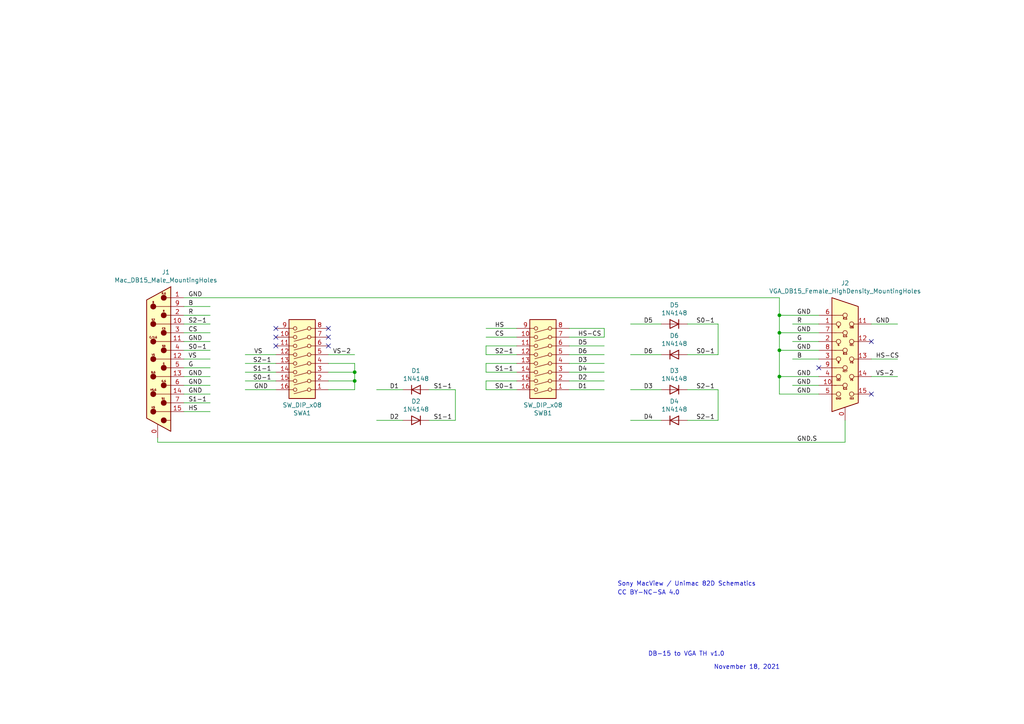
<source format=kicad_sch>
(kicad_sch (version 20211123) (generator eeschema)

  (uuid 503d49cb-83fb-4006-a8b5-2a7346f5dcbc)

  (paper "A4")

  (lib_symbols
    (symbol "Diode:1N4148" (pin_numbers hide) (pin_names hide) (in_bom yes) (on_board yes)
      (property "Reference" "D" (id 0) (at 0 2.54 0)
        (effects (font (size 1.27 1.27)))
      )
      (property "Value" "1N4148" (id 1) (at 0 -2.54 0)
        (effects (font (size 1.27 1.27)))
      )
      (property "Footprint" "Diode_THT:D_DO-35_SOD27_P7.62mm_Horizontal" (id 2) (at 0 0 0)
        (effects (font (size 1.27 1.27)) hide)
      )
      (property "Datasheet" "https://assets.nexperia.com/documents/data-sheet/1N4148_1N4448.pdf" (id 3) (at 0 0 0)
        (effects (font (size 1.27 1.27)) hide)
      )
      (property "ki_keywords" "diode" (id 4) (at 0 0 0)
        (effects (font (size 1.27 1.27)) hide)
      )
      (property "ki_description" "100V 0.15A standard switching diode, DO-35" (id 5) (at 0 0 0)
        (effects (font (size 1.27 1.27)) hide)
      )
      (property "ki_fp_filters" "D*DO?35*" (id 6) (at 0 0 0)
        (effects (font (size 1.27 1.27)) hide)
      )
      (symbol "1N4148_0_1"
        (polyline
          (pts
            (xy -1.27 1.27)
            (xy -1.27 -1.27)
          )
          (stroke (width 0.254) (type default) (color 0 0 0 0))
          (fill (type none))
        )
        (polyline
          (pts
            (xy 1.27 0)
            (xy -1.27 0)
          )
          (stroke (width 0) (type default) (color 0 0 0 0))
          (fill (type none))
        )
        (polyline
          (pts
            (xy 1.27 1.27)
            (xy 1.27 -1.27)
            (xy -1.27 0)
            (xy 1.27 1.27)
          )
          (stroke (width 0.254) (type default) (color 0 0 0 0))
          (fill (type none))
        )
      )
      (symbol "1N4148_1_1"
        (pin passive line (at -3.81 0 0) (length 2.54)
          (name "K" (effects (font (size 1.27 1.27))))
          (number "1" (effects (font (size 1.27 1.27))))
        )
        (pin passive line (at 3.81 0 180) (length 2.54)
          (name "A" (effects (font (size 1.27 1.27))))
          (number "2" (effects (font (size 1.27 1.27))))
        )
      )
    )
    (symbol "Switch:SW_DIP_x08" (pin_names (offset 0) hide) (in_bom yes) (on_board yes)
      (property "Reference" "SW" (id 0) (at 0 13.97 0)
        (effects (font (size 1.27 1.27)))
      )
      (property "Value" "SW_DIP_x08" (id 1) (at 0 -11.43 0)
        (effects (font (size 1.27 1.27)))
      )
      (property "Footprint" "" (id 2) (at 0 0 0)
        (effects (font (size 1.27 1.27)) hide)
      )
      (property "Datasheet" "~" (id 3) (at 0 0 0)
        (effects (font (size 1.27 1.27)) hide)
      )
      (property "ki_keywords" "dip switch" (id 4) (at 0 0 0)
        (effects (font (size 1.27 1.27)) hide)
      )
      (property "ki_description" "8x DIP Switch, Single Pole Single Throw (SPST) switch, small symbol" (id 5) (at 0 0 0)
        (effects (font (size 1.27 1.27)) hide)
      )
      (property "ki_fp_filters" "SW?DIP?x8*" (id 6) (at 0 0 0)
        (effects (font (size 1.27 1.27)) hide)
      )
      (symbol "SW_DIP_x08_0_0"
        (circle (center -2.032 -7.62) (radius 0.508)
          (stroke (width 0) (type default) (color 0 0 0 0))
          (fill (type none))
        )
        (circle (center -2.032 -5.08) (radius 0.508)
          (stroke (width 0) (type default) (color 0 0 0 0))
          (fill (type none))
        )
        (circle (center -2.032 -2.54) (radius 0.508)
          (stroke (width 0) (type default) (color 0 0 0 0))
          (fill (type none))
        )
        (circle (center -2.032 0) (radius 0.508)
          (stroke (width 0) (type default) (color 0 0 0 0))
          (fill (type none))
        )
        (circle (center -2.032 2.54) (radius 0.508)
          (stroke (width 0) (type default) (color 0 0 0 0))
          (fill (type none))
        )
        (circle (center -2.032 5.08) (radius 0.508)
          (stroke (width 0) (type default) (color 0 0 0 0))
          (fill (type none))
        )
        (circle (center -2.032 7.62) (radius 0.508)
          (stroke (width 0) (type default) (color 0 0 0 0))
          (fill (type none))
        )
        (circle (center -2.032 10.16) (radius 0.508)
          (stroke (width 0) (type default) (color 0 0 0 0))
          (fill (type none))
        )
        (polyline
          (pts
            (xy -1.524 -7.4676)
            (xy 2.3622 -6.4262)
          )
          (stroke (width 0) (type default) (color 0 0 0 0))
          (fill (type none))
        )
        (polyline
          (pts
            (xy -1.524 -4.9276)
            (xy 2.3622 -3.8862)
          )
          (stroke (width 0) (type default) (color 0 0 0 0))
          (fill (type none))
        )
        (polyline
          (pts
            (xy -1.524 -2.3876)
            (xy 2.3622 -1.3462)
          )
          (stroke (width 0) (type default) (color 0 0 0 0))
          (fill (type none))
        )
        (polyline
          (pts
            (xy -1.524 0.127)
            (xy 2.3622 1.1684)
          )
          (stroke (width 0) (type default) (color 0 0 0 0))
          (fill (type none))
        )
        (polyline
          (pts
            (xy -1.524 2.667)
            (xy 2.3622 3.7084)
          )
          (stroke (width 0) (type default) (color 0 0 0 0))
          (fill (type none))
        )
        (polyline
          (pts
            (xy -1.524 5.207)
            (xy 2.3622 6.2484)
          )
          (stroke (width 0) (type default) (color 0 0 0 0))
          (fill (type none))
        )
        (polyline
          (pts
            (xy -1.524 7.747)
            (xy 2.3622 8.7884)
          )
          (stroke (width 0) (type default) (color 0 0 0 0))
          (fill (type none))
        )
        (polyline
          (pts
            (xy -1.524 10.287)
            (xy 2.3622 11.3284)
          )
          (stroke (width 0) (type default) (color 0 0 0 0))
          (fill (type none))
        )
        (circle (center 2.032 -7.62) (radius 0.508)
          (stroke (width 0) (type default) (color 0 0 0 0))
          (fill (type none))
        )
        (circle (center 2.032 -5.08) (radius 0.508)
          (stroke (width 0) (type default) (color 0 0 0 0))
          (fill (type none))
        )
        (circle (center 2.032 -2.54) (radius 0.508)
          (stroke (width 0) (type default) (color 0 0 0 0))
          (fill (type none))
        )
        (circle (center 2.032 0) (radius 0.508)
          (stroke (width 0) (type default) (color 0 0 0 0))
          (fill (type none))
        )
        (circle (center 2.032 2.54) (radius 0.508)
          (stroke (width 0) (type default) (color 0 0 0 0))
          (fill (type none))
        )
        (circle (center 2.032 5.08) (radius 0.508)
          (stroke (width 0) (type default) (color 0 0 0 0))
          (fill (type none))
        )
        (circle (center 2.032 7.62) (radius 0.508)
          (stroke (width 0) (type default) (color 0 0 0 0))
          (fill (type none))
        )
        (circle (center 2.032 10.16) (radius 0.508)
          (stroke (width 0) (type default) (color 0 0 0 0))
          (fill (type none))
        )
      )
      (symbol "SW_DIP_x08_0_1"
        (rectangle (start -3.81 12.7) (end 3.81 -10.16)
          (stroke (width 0.254) (type default) (color 0 0 0 0))
          (fill (type background))
        )
      )
      (symbol "SW_DIP_x08_1_1"
        (pin passive line (at -7.62 10.16 0) (length 5.08)
          (name "~" (effects (font (size 1.27 1.27))))
          (number "1" (effects (font (size 1.27 1.27))))
        )
        (pin passive line (at 7.62 -5.08 180) (length 5.08)
          (name "~" (effects (font (size 1.27 1.27))))
          (number "10" (effects (font (size 1.27 1.27))))
        )
        (pin passive line (at 7.62 -2.54 180) (length 5.08)
          (name "~" (effects (font (size 1.27 1.27))))
          (number "11" (effects (font (size 1.27 1.27))))
        )
        (pin passive line (at 7.62 0 180) (length 5.08)
          (name "~" (effects (font (size 1.27 1.27))))
          (number "12" (effects (font (size 1.27 1.27))))
        )
        (pin passive line (at 7.62 2.54 180) (length 5.08)
          (name "~" (effects (font (size 1.27 1.27))))
          (number "13" (effects (font (size 1.27 1.27))))
        )
        (pin passive line (at 7.62 5.08 180) (length 5.08)
          (name "~" (effects (font (size 1.27 1.27))))
          (number "14" (effects (font (size 1.27 1.27))))
        )
        (pin passive line (at 7.62 7.62 180) (length 5.08)
          (name "~" (effects (font (size 1.27 1.27))))
          (number "15" (effects (font (size 1.27 1.27))))
        )
        (pin passive line (at 7.62 10.16 180) (length 5.08)
          (name "~" (effects (font (size 1.27 1.27))))
          (number "16" (effects (font (size 1.27 1.27))))
        )
        (pin passive line (at -7.62 7.62 0) (length 5.08)
          (name "~" (effects (font (size 1.27 1.27))))
          (number "2" (effects (font (size 1.27 1.27))))
        )
        (pin passive line (at -7.62 5.08 0) (length 5.08)
          (name "~" (effects (font (size 1.27 1.27))))
          (number "3" (effects (font (size 1.27 1.27))))
        )
        (pin passive line (at -7.62 2.54 0) (length 5.08)
          (name "~" (effects (font (size 1.27 1.27))))
          (number "4" (effects (font (size 1.27 1.27))))
        )
        (pin passive line (at -7.62 0 0) (length 5.08)
          (name "~" (effects (font (size 1.27 1.27))))
          (number "5" (effects (font (size 1.27 1.27))))
        )
        (pin passive line (at -7.62 -2.54 0) (length 5.08)
          (name "~" (effects (font (size 1.27 1.27))))
          (number "6" (effects (font (size 1.27 1.27))))
        )
        (pin passive line (at -7.62 -5.08 0) (length 5.08)
          (name "~" (effects (font (size 1.27 1.27))))
          (number "7" (effects (font (size 1.27 1.27))))
        )
        (pin passive line (at -7.62 -7.62 0) (length 5.08)
          (name "~" (effects (font (size 1.27 1.27))))
          (number "8" (effects (font (size 1.27 1.27))))
        )
        (pin passive line (at 7.62 -7.62 180) (length 5.08)
          (name "~" (effects (font (size 1.27 1.27))))
          (number "9" (effects (font (size 1.27 1.27))))
        )
      )
    )
    (symbol "project:Mac_DB15_Male_MountingHoles" (pin_names (offset 1.016) hide) (in_bom yes) (on_board yes)
      (property "Reference" "J" (id 0) (at 2.54 24.13 0)
        (effects (font (size 1.27 1.27)))
      )
      (property "Value" "Mac_DB15_Male_MountingHoles" (id 1) (at 2.54 26.035 0)
        (effects (font (size 1.27 1.27)))
      )
      (property "Footprint" "" (id 2) (at 0 0 0)
        (effects (font (size 1.27 1.27)) hide)
      )
      (property "Datasheet" "" (id 3) (at 0 0 0)
        (effects (font (size 1.27 1.27)) hide)
      )
      (property "ki_fp_filters" "DSUB*Male*" (id 4) (at 0 0 0)
        (effects (font (size 1.27 1.27)) hide)
      )
      (symbol "Mac_DB15_Male_MountingHoles_0_0"
        (text "B" (at -1.27 16.764 0)
          (effects (font (size 0.508 0.508)) (justify top))
        )
        (text "B.G" (at -1.27 -3.556 0)
          (effects (font (size 0.508 0.508)) (justify top))
        )
        (text "C/V.G" (at -1.27 6.604 0)
          (effects (font (size 0.508 0.508)) (justify top))
        )
        (text "CS" (at 1.778 9.144 0)
          (effects (font (size 0.508 0.508)) (justify top))
        )
        (text "G" (at 1.778 -1.016 0)
          (effects (font (size 0.508 0.508)) (justify top))
        )
        (text "G.G" (at 1.778 -6.096 0)
          (effects (font (size 0.508 0.508)) (justify top))
        )
        (text "HS" (at -1.27 -13.716 0)
          (effects (font (size 0.508 0.508)) (justify top))
        )
        (text "HS.G" (at -1.27 -8.636 0)
          (effects (font (size 0.508 0.508)) (justify top))
        )
        (text "R" (at 1.778 14.224 0)
          (effects (font (size 0.508 0.508)) (justify top))
        )
        (text "R.G" (at 1.778 19.304 0)
          (effects (font (size 0.508 0.508)) (justify top))
        )
        (text "S0" (at 1.778 4.064 0)
          (effects (font (size 0.508 0.508)) (justify top))
        )
        (text "S1" (at 1.651 -11.176 0)
          (effects (font (size 0.508 0.508)) (justify top))
        )
        (text "S2" (at -1.27 11.684 0)
          (effects (font (size 0.508 0.508)) (justify top))
        )
        (text "VS" (at -1.27 1.524 0)
          (effects (font (size 0.508 0.508)) (justify top))
        )
      )
      (symbol "Mac_DB15_Male_MountingHoles_0_1"
        (circle (center -1.27 -15.24) (radius 0.762)
          (stroke (width 0) (type default) (color 0 0 0 0))
          (fill (type outline))
        )
        (circle (center -1.27 -10.16) (radius 0.762)
          (stroke (width 0) (type default) (color 0 0 0 0))
          (fill (type outline))
        )
        (circle (center -1.27 -5.08) (radius 0.762)
          (stroke (width 0) (type default) (color 0 0 0 0))
          (fill (type outline))
        )
        (circle (center -1.27 0) (radius 0.762)
          (stroke (width 0) (type default) (color 0 0 0 0))
          (fill (type outline))
        )
        (circle (center -1.27 5.08) (radius 0.762)
          (stroke (width 0) (type default) (color 0 0 0 0))
          (fill (type outline))
        )
        (circle (center -1.27 10.16) (radius 0.762)
          (stroke (width 0) (type default) (color 0 0 0 0))
          (fill (type outline))
        )
        (circle (center -1.27 15.24) (radius 0.762)
          (stroke (width 0) (type default) (color 0 0 0 0))
          (fill (type outline))
        )
        (polyline
          (pts
            (xy 3.81 -17.78)
            (xy 2.54 -17.78)
          )
          (stroke (width 0) (type default) (color 0 0 0 0))
          (fill (type none))
        )
        (polyline
          (pts
            (xy 3.81 -15.24)
            (xy -0.508 -15.24)
          )
          (stroke (width 0) (type default) (color 0 0 0 0))
          (fill (type none))
        )
        (polyline
          (pts
            (xy 3.81 -12.7)
            (xy 2.54 -12.7)
          )
          (stroke (width 0) (type default) (color 0 0 0 0))
          (fill (type none))
        )
        (polyline
          (pts
            (xy 3.81 -10.16)
            (xy -0.508 -10.16)
          )
          (stroke (width 0) (type default) (color 0 0 0 0))
          (fill (type none))
        )
        (polyline
          (pts
            (xy 3.81 -7.62)
            (xy 2.54 -7.62)
          )
          (stroke (width 0) (type default) (color 0 0 0 0))
          (fill (type none))
        )
        (polyline
          (pts
            (xy 3.81 -5.08)
            (xy -0.508 -5.08)
          )
          (stroke (width 0) (type default) (color 0 0 0 0))
          (fill (type none))
        )
        (polyline
          (pts
            (xy 3.81 -2.54)
            (xy 2.54 -2.54)
          )
          (stroke (width 0) (type default) (color 0 0 0 0))
          (fill (type none))
        )
        (polyline
          (pts
            (xy 3.81 0)
            (xy -0.508 0)
          )
          (stroke (width 0) (type default) (color 0 0 0 0))
          (fill (type none))
        )
        (polyline
          (pts
            (xy 3.81 2.54)
            (xy 2.54 2.54)
          )
          (stroke (width 0) (type default) (color 0 0 0 0))
          (fill (type none))
        )
        (polyline
          (pts
            (xy 3.81 5.08)
            (xy -0.508 5.08)
          )
          (stroke (width 0) (type default) (color 0 0 0 0))
          (fill (type none))
        )
        (polyline
          (pts
            (xy 3.81 7.62)
            (xy 2.54 7.62)
          )
          (stroke (width 0) (type default) (color 0 0 0 0))
          (fill (type none))
        )
        (polyline
          (pts
            (xy 3.81 10.16)
            (xy -0.508 10.16)
          )
          (stroke (width 0) (type default) (color 0 0 0 0))
          (fill (type none))
        )
        (polyline
          (pts
            (xy 3.81 12.7)
            (xy 2.54 12.7)
          )
          (stroke (width 0) (type default) (color 0 0 0 0))
          (fill (type none))
        )
        (polyline
          (pts
            (xy 3.81 15.24)
            (xy -0.508 15.24)
          )
          (stroke (width 0) (type default) (color 0 0 0 0))
          (fill (type none))
        )
        (polyline
          (pts
            (xy 3.81 17.78)
            (xy 2.54 17.78)
          )
          (stroke (width 0) (type default) (color 0 0 0 0))
          (fill (type none))
        )
        (polyline
          (pts
            (xy 3.81 20.955)
            (xy -3.175 17.145)
            (xy -3.175 -17.145)
            (xy 3.81 -20.955)
            (xy 3.81 20.955)
          )
          (stroke (width 0.254) (type default) (color 0 0 0 0))
          (fill (type background))
        )
        (circle (center 1.778 -17.78) (radius 0.762)
          (stroke (width 0) (type default) (color 0 0 0 0))
          (fill (type outline))
        )
        (circle (center 1.778 -12.7) (radius 0.762)
          (stroke (width 0) (type default) (color 0 0 0 0))
          (fill (type outline))
        )
        (circle (center 1.778 -7.62) (radius 0.762)
          (stroke (width 0) (type default) (color 0 0 0 0))
          (fill (type outline))
        )
        (circle (center 1.778 -2.54) (radius 0.762)
          (stroke (width 0) (type default) (color 0 0 0 0))
          (fill (type outline))
        )
        (circle (center 1.778 2.54) (radius 0.762)
          (stroke (width 0) (type default) (color 0 0 0 0))
          (fill (type outline))
        )
        (circle (center 1.778 7.62) (radius 0.762)
          (stroke (width 0) (type default) (color 0 0 0 0))
          (fill (type outline))
        )
        (circle (center 1.778 12.7) (radius 0.762)
          (stroke (width 0) (type default) (color 0 0 0 0))
          (fill (type outline))
        )
        (circle (center 1.778 17.78) (radius 0.762)
          (stroke (width 0) (type default) (color 0 0 0 0))
          (fill (type outline))
        )
      )
      (symbol "Mac_DB15_Male_MountingHoles_1_1"
        (pin passive line (at 0 -22.86 90) (length 3.81)
          (name "SGND" (effects (font (size 1.27 1.27))))
          (number "0" (effects (font (size 1.27 1.27))))
        )
        (pin passive line (at 7.62 17.78 180) (length 3.81)
          (name "RED.GND" (effects (font (size 1.27 1.27))))
          (number "1" (effects (font (size 1.27 1.27))))
        )
        (pin output line (at 7.62 10.16 180) (length 3.81)
          (name "SENSE2" (effects (font (size 1.27 1.27))))
          (number "10" (effects (font (size 1.27 1.27))))
        )
        (pin passive line (at 7.62 5.08 180) (length 3.81)
          (name "CSYNC/VSYNC.GND" (effects (font (size 1.27 1.27))))
          (number "11" (effects (font (size 1.27 1.27))))
        )
        (pin input line (at 7.62 0 180) (length 3.81)
          (name "/VSYNC" (effects (font (size 1.27 1.27))))
          (number "12" (effects (font (size 1.27 1.27))))
        )
        (pin passive line (at 7.62 -5.08 180) (length 3.81)
          (name "BLU.GND" (effects (font (size 1.27 1.27))))
          (number "13" (effects (font (size 1.27 1.27))))
        )
        (pin passive line (at 7.62 -10.16 180) (length 3.81)
          (name "HSYNC.GND" (effects (font (size 1.27 1.27))))
          (number "14" (effects (font (size 1.27 1.27))))
        )
        (pin input line (at 7.62 -15.24 180) (length 3.81)
          (name "/HSYNC" (effects (font (size 1.27 1.27))))
          (number "15" (effects (font (size 1.27 1.27))))
        )
        (pin input line (at 7.62 12.7 180) (length 3.81)
          (name "RED.VID" (effects (font (size 1.27 1.27))))
          (number "2" (effects (font (size 1.27 1.27))))
        )
        (pin input line (at 7.62 7.62 180) (length 3.81)
          (name "/CSYNC" (effects (font (size 1.27 1.27))))
          (number "3" (effects (font (size 1.27 1.27))))
        )
        (pin output line (at 7.62 2.54 180) (length 3.81)
          (name "SENSE0" (effects (font (size 1.27 1.27))))
          (number "4" (effects (font (size 1.27 1.27))))
        )
        (pin input line (at 7.62 -2.54 180) (length 3.81)
          (name "GRN.VID" (effects (font (size 1.27 1.27))))
          (number "5" (effects (font (size 1.27 1.27))))
        )
        (pin passive line (at 7.62 -7.62 180) (length 3.81)
          (name "GRN.GND" (effects (font (size 1.27 1.27))))
          (number "6" (effects (font (size 1.27 1.27))))
        )
        (pin output line (at 7.62 -12.7 180) (length 3.81)
          (name "SENSE1" (effects (font (size 1.27 1.27))))
          (number "7" (effects (font (size 1.27 1.27))))
        )
        (pin no_connect line (at 7.62 -17.78 180) (length 3.81) hide
          (name "8" (effects (font (size 1.27 1.27))))
          (number "8" (effects (font (size 1.27 1.27))))
        )
        (pin output line (at 7.62 15.24 180) (length 3.81)
          (name "BLU.VID" (effects (font (size 1.27 1.27))))
          (number "9" (effects (font (size 1.27 1.27))))
        )
      )
    )
    (symbol "project:VGA_DB15_Female_HighDensity_MountingHoles" (pin_names (offset 1.016) hide) (in_bom yes) (on_board yes)
      (property "Reference" "J" (id 0) (at 0 21.59 0)
        (effects (font (size 1.27 1.27)))
      )
      (property "Value" "VGA_DB15_Female_HighDensity_MountingHoles" (id 1) (at 0 19.05 0)
        (effects (font (size 1.27 1.27)))
      )
      (property "Footprint" "" (id 2) (at -24.13 10.16 0)
        (effects (font (size 1.27 1.27)) hide)
      )
      (property "Datasheet" "" (id 3) (at -24.13 10.16 0)
        (effects (font (size 1.27 1.27)) hide)
      )
      (property "ki_fp_filters" "DSUB*Female*" (id 4) (at 0 0 0)
        (effects (font (size 1.27 1.27)) hide)
      )
      (symbol "VGA_DB15_Female_HighDensity_MountingHoles_0_0"
        (text "B" (at -1.905 -1.27 0)
          (effects (font (size 0.508 0.508)) (justify bottom))
        )
        (text "B.G" (at 0 1.27 0)
          (effects (font (size 0.508 0.508)) (justify bottom))
        )
        (text "G" (at -1.905 3.81 0)
          (effects (font (size 0.508 0.508)) (justify bottom))
        )
        (text "G.G" (at 0 6.35 0)
          (effects (font (size 0.508 0.508)) (justify bottom))
        )
        (text "GND" (at -1.905 -11.43 0)
          (effects (font (size 0.508 0.508)))
        )
        (text "HS" (at 1.905 -1.27 0)
          (effects (font (size 0.508 0.508)) (justify bottom))
        )
        (text "ID0" (at 1.905 8.89 0)
          (effects (font (size 0.508 0.508)) (justify bottom))
        )
        (text "ID1" (at 1.905 3.81 0)
          (effects (font (size 0.508 0.508)) (justify bottom))
        )
        (text "ID2" (at -1.905 -6.35 0)
          (effects (font (size 0.508 0.508)) (justify bottom))
        )
        (text "ID3" (at 1.905 -11.43 0)
          (effects (font (size 0.508 0.508)))
        )
        (text "KEY" (at 0 -3.81 0)
          (effects (font (size 0.508 0.508)) (justify bottom))
        )
        (text "R" (at -1.905 8.89 0)
          (effects (font (size 0.508 0.508)) (justify bottom))
        )
        (text "R.G" (at 0 11.43 0)
          (effects (font (size 0.508 0.508)) (justify bottom))
        )
        (text "S.G" (at 0 -8.89 0)
          (effects (font (size 0.508 0.508)) (justify bottom))
        )
        (text "VS" (at 1.905 -6.35 0)
          (effects (font (size 0.508 0.508)) (justify bottom))
        )
      )
      (symbol "VGA_DB15_Female_HighDensity_MountingHoles_0_1"
        (circle (center -1.905 -10.16) (radius 0.635)
          (stroke (width 0) (type default) (color 0 0 0 0))
          (fill (type none))
        )
        (circle (center -1.905 -5.08) (radius 0.635)
          (stroke (width 0) (type default) (color 0 0 0 0))
          (fill (type none))
        )
        (circle (center -1.905 0) (radius 0.635)
          (stroke (width 0) (type default) (color 0 0 0 0))
          (fill (type none))
        )
        (circle (center -1.905 5.08) (radius 0.635)
          (stroke (width 0) (type default) (color 0 0 0 0))
          (fill (type none))
        )
        (circle (center -1.905 10.16) (radius 0.635)
          (stroke (width 0) (type default) (color 0 0 0 0))
          (fill (type none))
        )
        (circle (center 0 -7.62) (radius 0.635)
          (stroke (width 0) (type default) (color 0 0 0 0))
          (fill (type none))
        )
        (circle (center 0 -2.54) (radius 0.635)
          (stroke (width 0) (type default) (color 0 0 0 0))
          (fill (type none))
        )
        (polyline
          (pts
            (xy -3.175 7.62)
            (xy -0.635 7.62)
          )
          (stroke (width 0) (type default) (color 0 0 0 0))
          (fill (type none))
        )
        (polyline
          (pts
            (xy -0.635 -7.62)
            (xy -3.175 -7.62)
          )
          (stroke (width 0) (type default) (color 0 0 0 0))
          (fill (type none))
        )
        (polyline
          (pts
            (xy -0.635 -2.54)
            (xy -3.175 -2.54)
          )
          (stroke (width 0) (type default) (color 0 0 0 0))
          (fill (type none))
        )
        (polyline
          (pts
            (xy -0.635 2.54)
            (xy -3.175 2.54)
          )
          (stroke (width 0) (type default) (color 0 0 0 0))
          (fill (type none))
        )
        (polyline
          (pts
            (xy -0.635 12.7)
            (xy -3.175 12.7)
          )
          (stroke (width 0) (type default) (color 0 0 0 0))
          (fill (type none))
        )
        (polyline
          (pts
            (xy -3.81 17.78)
            (xy -3.81 -15.24)
            (xy 3.81 -12.7)
            (xy 3.81 15.24)
            (xy -3.81 17.78)
          )
          (stroke (width 0.254) (type default) (color 0 0 0 0))
          (fill (type background))
        )
        (circle (center 0 2.54) (radius 0.635)
          (stroke (width 0) (type default) (color 0 0 0 0))
          (fill (type none))
        )
        (circle (center 0 7.62) (radius 0.635)
          (stroke (width 0) (type default) (color 0 0 0 0))
          (fill (type none))
        )
        (circle (center 0 12.7) (radius 0.635)
          (stroke (width 0) (type default) (color 0 0 0 0))
          (fill (type none))
        )
        (circle (center 1.905 -10.16) (radius 0.635)
          (stroke (width 0) (type default) (color 0 0 0 0))
          (fill (type none))
        )
        (circle (center 1.905 -5.08) (radius 0.635)
          (stroke (width 0) (type default) (color 0 0 0 0))
          (fill (type none))
        )
        (circle (center 1.905 0) (radius 0.635)
          (stroke (width 0) (type default) (color 0 0 0 0))
          (fill (type none))
        )
        (circle (center 1.905 5.08) (radius 0.635)
          (stroke (width 0) (type default) (color 0 0 0 0))
          (fill (type none))
        )
        (circle (center 1.905 10.16) (radius 0.635)
          (stroke (width 0) (type default) (color 0 0 0 0))
          (fill (type none))
        )
      )
      (symbol "VGA_DB15_Female_HighDensity_MountingHoles_1_1"
        (pin passive line (at 0 -17.78 90) (length 3.81)
          (name "SGND" (effects (font (size 1.27 1.27))))
          (number "0" (effects (font (size 1.27 1.27))))
        )
        (pin output line (at -7.62 10.16 0) (length 5.08)
          (name "RED.VID" (effects (font (size 1.27 1.27))))
          (number "1" (effects (font (size 1.27 1.27))))
        )
        (pin passive line (at -7.62 -7.62 0) (length 5.08)
          (name "SYNC.GND" (effects (font (size 1.27 1.27))))
          (number "10" (effects (font (size 1.27 1.27))))
        )
        (pin input line (at 7.62 10.16 180) (length 5.08)
          (name "ID0" (effects (font (size 1.27 1.27))))
          (number "11" (effects (font (size 1.27 1.27))))
        )
        (pin input line (at 7.62 5.08 180) (length 5.08)
          (name "ID1" (effects (font (size 1.27 1.27))))
          (number "12" (effects (font (size 1.27 1.27))))
        )
        (pin output line (at 7.62 0 180) (length 5.08)
          (name "/HSYNC" (effects (font (size 1.27 1.27))))
          (number "13" (effects (font (size 1.27 1.27))))
        )
        (pin output line (at 7.62 -5.08 180) (length 5.08)
          (name "/VSYNC" (effects (font (size 1.27 1.27))))
          (number "14" (effects (font (size 1.27 1.27))))
        )
        (pin input line (at 7.62 -10.16 180) (length 5.08)
          (name "ID3" (effects (font (size 1.27 1.27))))
          (number "15" (effects (font (size 1.27 1.27))))
        )
        (pin output line (at -7.62 5.08 0) (length 5.08)
          (name "GRN.VID" (effects (font (size 1.27 1.27))))
          (number "2" (effects (font (size 1.27 1.27))))
        )
        (pin output line (at -7.62 0 0) (length 5.08)
          (name "BLU.VID" (effects (font (size 1.27 1.27))))
          (number "3" (effects (font (size 1.27 1.27))))
        )
        (pin input line (at -7.62 -5.08 0) (length 5.08)
          (name "ID2/RES" (effects (font (size 1.27 1.27))))
          (number "4" (effects (font (size 1.27 1.27))))
        )
        (pin passive line (at -7.62 -10.16 0) (length 5.08)
          (name "GND" (effects (font (size 1.27 1.27))))
          (number "5" (effects (font (size 1.27 1.27))))
        )
        (pin passive line (at -7.62 12.7 0) (length 5.08)
          (name "RED.GND" (effects (font (size 1.27 1.27))))
          (number "6" (effects (font (size 1.27 1.27))))
        )
        (pin passive line (at -7.62 7.62 0) (length 5.08)
          (name "GRN.GND" (effects (font (size 1.27 1.27))))
          (number "7" (effects (font (size 1.27 1.27))))
        )
        (pin passive line (at -7.62 2.54 0) (length 5.08)
          (name "BLU.GND" (effects (font (size 1.27 1.27))))
          (number "8" (effects (font (size 1.27 1.27))))
        )
        (pin power_out line (at -7.62 -2.54 0) (length 5.08)
          (name "KEY" (effects (font (size 1.27 1.27))))
          (number "9" (effects (font (size 1.27 1.27))))
        )
      )
    )
  )

  (junction (at 102.87 107.95) (diameter 0) (color 0 0 0 0)
    (uuid 0509d04e-78d6-4988-9ec4-b79feec5a0e0)
  )
  (junction (at 226.06 101.6) (diameter 0) (color 0 0 0 0)
    (uuid 4e96f4d4-371e-46da-8f38-1dbd25b76dce)
  )
  (junction (at 226.06 91.44) (diameter 0) (color 0 0 0 0)
    (uuid 96d3c54f-a4f4-4cb8-8b9c-842efccd655d)
  )
  (junction (at 226.06 109.22) (diameter 0) (color 0 0 0 0)
    (uuid abbdd1b0-a0f6-49ce-8882-079d626b3dcc)
  )
  (junction (at 102.87 110.49) (diameter 0) (color 0 0 0 0)
    (uuid e6d64018-f2f8-40f7-9ede-a81a52930156)
  )
  (junction (at 226.06 96.52) (diameter 0) (color 0 0 0 0)
    (uuid f7b476dd-f988-4cd5-801a-6b568edebb7e)
  )

  (no_connect (at 95.25 100.33) (uuid 032f60e7-f3b6-46bb-8634-e1dedcf268a8))
  (no_connect (at 80.01 97.79) (uuid 20b1bf69-7db0-4b08-9276-efad06d619dd))
  (no_connect (at 252.73 99.06) (uuid 322f7095-e38b-4558-800c-1aa42b599a21))
  (no_connect (at 252.73 114.3) (uuid 4ab7b006-69c1-4c05-8e2d-2c521f6e79c0))
  (no_connect (at 237.49 106.68) (uuid 80286d8e-7176-4353-a0c9-2094b50d976a))
  (no_connect (at 80.01 100.33) (uuid a10a955f-0c41-4dba-a8ac-15c31f9fd252))
  (no_connect (at 95.25 95.25) (uuid a4736bc2-c521-4601-9138-be9228b90924))
  (no_connect (at 80.01 95.25) (uuid b7626ab7-8b2b-404b-b67e-81b1cf85f287))
  (no_connect (at 95.25 97.79) (uuid cc8c17a8-c0e7-497b-8c1b-c0006fa40716))

  (wire (pts (xy 102.87 107.95) (xy 102.87 105.41))
    (stroke (width 0) (type default) (color 0 0 0 0))
    (uuid 00d03368-6dec-4ab8-b60d-3ff6ae8632f4)
  )
  (wire (pts (xy 226.06 101.6) (xy 237.49 101.6))
    (stroke (width 0) (type default) (color 0 0 0 0))
    (uuid 014d9a26-2f2a-4e87-98a5-ebb227bc27a7)
  )
  (wire (pts (xy 237.49 99.06) (xy 229.87 99.06))
    (stroke (width 0) (type default) (color 0 0 0 0))
    (uuid 034fa02b-c0a6-4ac2-b824-ff1395adde94)
  )
  (wire (pts (xy 140.97 110.49) (xy 140.97 113.03))
    (stroke (width 0) (type default) (color 0 0 0 0))
    (uuid 07ab3b2b-253f-48ce-9ae8-1baee83d46a2)
  )
  (wire (pts (xy 226.06 86.36) (xy 226.06 91.44))
    (stroke (width 0) (type default) (color 0 0 0 0))
    (uuid 0a6e6b5a-33b4-4a6f-8611-e3b8b29ac336)
  )
  (wire (pts (xy 71.12 105.41) (xy 80.01 105.41))
    (stroke (width 0) (type default) (color 0 0 0 0))
    (uuid 0b056dc6-c3fb-4ad0-9842-d84bd2036c40)
  )
  (wire (pts (xy 226.06 96.52) (xy 226.06 101.6))
    (stroke (width 0) (type default) (color 0 0 0 0))
    (uuid 176bac71-3302-4a2b-99af-55f043e12720)
  )
  (wire (pts (xy 226.06 91.44) (xy 226.06 96.52))
    (stroke (width 0) (type default) (color 0 0 0 0))
    (uuid 19445f24-a828-4bac-b7af-f493e98c3d21)
  )
  (wire (pts (xy 53.34 114.3) (xy 60.96 114.3))
    (stroke (width 0) (type default) (color 0 0 0 0))
    (uuid 1ce6881b-380a-4aab-b456-a1fbd8ddab9f)
  )
  (wire (pts (xy 53.34 109.22) (xy 60.96 109.22))
    (stroke (width 0) (type default) (color 0 0 0 0))
    (uuid 1e254025-9e3a-4158-b655-e6bfe002093a)
  )
  (wire (pts (xy 252.73 109.22) (xy 260.35 109.22))
    (stroke (width 0) (type default) (color 0 0 0 0))
    (uuid 28f29372-7744-4f61-bbc0-e1a2061f6eb6)
  )
  (wire (pts (xy 237.49 114.3) (xy 226.06 114.3))
    (stroke (width 0) (type default) (color 0 0 0 0))
    (uuid 2aabc2ef-561c-4d20-9b58-b6e6e6de1dbe)
  )
  (wire (pts (xy 95.25 102.87) (xy 102.87 102.87))
    (stroke (width 0) (type default) (color 0 0 0 0))
    (uuid 2d590c13-4b51-42fe-b38a-db7c5bc8363c)
  )
  (wire (pts (xy 45.72 128.27) (xy 45.72 127))
    (stroke (width 0) (type default) (color 0 0 0 0))
    (uuid 32973e99-577e-485b-8eb5-962dcb177b57)
  )
  (wire (pts (xy 245.11 121.92) (xy 245.11 128.27))
    (stroke (width 0) (type default) (color 0 0 0 0))
    (uuid 341f54ac-0e3e-4150-aae0-fdd9ea13bcbe)
  )
  (wire (pts (xy 45.72 128.27) (xy 245.11 128.27))
    (stroke (width 0) (type default) (color 0 0 0 0))
    (uuid 3978307e-60e0-440b-b558-467c5ab47f7e)
  )
  (wire (pts (xy 237.49 91.44) (xy 226.06 91.44))
    (stroke (width 0) (type default) (color 0 0 0 0))
    (uuid 463449d3-4599-4635-8b87-f6f24046a849)
  )
  (wire (pts (xy 53.34 86.36) (xy 226.06 86.36))
    (stroke (width 0) (type default) (color 0 0 0 0))
    (uuid 4ee4764f-2890-4cdd-840b-118823cef690)
  )
  (wire (pts (xy 124.46 121.92) (xy 132.08 121.92))
    (stroke (width 0) (type default) (color 0 0 0 0))
    (uuid 512bc3b4-89dc-4f04-b0b2-7910c6f324a8)
  )
  (wire (pts (xy 102.87 110.49) (xy 102.87 107.95))
    (stroke (width 0) (type default) (color 0 0 0 0))
    (uuid 51e09fe1-cfee-4574-9518-15b0a5213158)
  )
  (wire (pts (xy 229.87 93.98) (xy 237.49 93.98))
    (stroke (width 0) (type default) (color 0 0 0 0))
    (uuid 5a8bf6e5-9404-4545-a4db-010883839721)
  )
  (wire (pts (xy 53.34 88.9) (xy 60.96 88.9))
    (stroke (width 0) (type default) (color 0 0 0 0))
    (uuid 5ea4096d-e838-4ae9-b96b-992f99044a81)
  )
  (wire (pts (xy 208.28 113.03) (xy 208.28 121.92))
    (stroke (width 0) (type default) (color 0 0 0 0))
    (uuid 6046a089-1094-4a8d-b133-d845094bcb7c)
  )
  (wire (pts (xy 116.84 121.92) (xy 109.22 121.92))
    (stroke (width 0) (type default) (color 0 0 0 0))
    (uuid 6139ab6f-4fe5-4373-9659-5c307172a772)
  )
  (wire (pts (xy 102.87 113.03) (xy 95.25 113.03))
    (stroke (width 0) (type default) (color 0 0 0 0))
    (uuid 62ec6d89-85f9-494c-8a1a-384244aba086)
  )
  (wire (pts (xy 165.1 97.79) (xy 175.26 97.79))
    (stroke (width 0) (type default) (color 0 0 0 0))
    (uuid 6acc23c3-697b-4c36-bba8-894fb27f009e)
  )
  (wire (pts (xy 199.39 121.92) (xy 208.28 121.92))
    (stroke (width 0) (type default) (color 0 0 0 0))
    (uuid 6ad1b6b7-b277-437e-a2ba-74d05715c029)
  )
  (wire (pts (xy 165.1 113.03) (xy 175.26 113.03))
    (stroke (width 0) (type default) (color 0 0 0 0))
    (uuid 6cd6cb60-1ed2-46ac-9ee5-128b4a89e981)
  )
  (wire (pts (xy 71.12 110.49) (xy 80.01 110.49))
    (stroke (width 0) (type default) (color 0 0 0 0))
    (uuid 74e08df5-3945-459b-b03b-d1c34f1d1a66)
  )
  (wire (pts (xy 165.1 105.41) (xy 175.26 105.41))
    (stroke (width 0) (type default) (color 0 0 0 0))
    (uuid 74e4ec81-9723-4227-8785-fe373f895332)
  )
  (wire (pts (xy 132.08 113.03) (xy 132.08 121.92))
    (stroke (width 0) (type default) (color 0 0 0 0))
    (uuid 775cceb9-47fe-460e-9156-2ff004dfe162)
  )
  (wire (pts (xy 140.97 97.79) (xy 149.86 97.79))
    (stroke (width 0) (type default) (color 0 0 0 0))
    (uuid 7bd92002-f80a-45b8-838f-229cc2a1f19d)
  )
  (wire (pts (xy 71.12 102.87) (xy 80.01 102.87))
    (stroke (width 0) (type default) (color 0 0 0 0))
    (uuid 7c178b88-2fba-4385-b735-7e9b4b6bd299)
  )
  (wire (pts (xy 53.34 116.84) (xy 60.96 116.84))
    (stroke (width 0) (type default) (color 0 0 0 0))
    (uuid 7d72a605-4aa6-47fc-960e-dd72f928883a)
  )
  (wire (pts (xy 149.86 102.87) (xy 140.97 102.87))
    (stroke (width 0) (type default) (color 0 0 0 0))
    (uuid 81cadb7f-99b0-40b2-8b7b-cb07c38b4474)
  )
  (wire (pts (xy 165.1 107.95) (xy 175.26 107.95))
    (stroke (width 0) (type default) (color 0 0 0 0))
    (uuid 85197b86-7cab-4ec4-950e-a88976957f67)
  )
  (wire (pts (xy 237.49 104.14) (xy 229.87 104.14))
    (stroke (width 0) (type default) (color 0 0 0 0))
    (uuid 853061ea-3e80-44f5-996c-7665d64d6de4)
  )
  (wire (pts (xy 102.87 105.41) (xy 95.25 105.41))
    (stroke (width 0) (type default) (color 0 0 0 0))
    (uuid 866bf05d-69eb-46e5-8ae0-344f3d138ec0)
  )
  (wire (pts (xy 199.39 93.98) (xy 208.28 93.98))
    (stroke (width 0) (type default) (color 0 0 0 0))
    (uuid 869bd771-a1a6-4218-9759-c0f6ab198e2a)
  )
  (wire (pts (xy 53.34 101.6) (xy 60.96 101.6))
    (stroke (width 0) (type default) (color 0 0 0 0))
    (uuid 87aa4eb9-f181-43ae-83c3-9653a1bceb13)
  )
  (wire (pts (xy 71.12 107.95) (xy 80.01 107.95))
    (stroke (width 0) (type default) (color 0 0 0 0))
    (uuid 87dd72b8-6b72-42cb-b1fd-a87df3b1ebfe)
  )
  (wire (pts (xy 53.34 106.68) (xy 60.96 106.68))
    (stroke (width 0) (type default) (color 0 0 0 0))
    (uuid 8a2555c1-63ab-4349-89d0-d305eaeda7c0)
  )
  (wire (pts (xy 71.12 113.03) (xy 80.01 113.03))
    (stroke (width 0) (type default) (color 0 0 0 0))
    (uuid 9ab43676-ed0b-4c9c-9fdb-5dc02b1eb9cb)
  )
  (wire (pts (xy 116.84 113.03) (xy 109.22 113.03))
    (stroke (width 0) (type default) (color 0 0 0 0))
    (uuid 9cd83e94-1286-49d6-a815-2cbf1bc1acbe)
  )
  (wire (pts (xy 252.73 104.14) (xy 260.35 104.14))
    (stroke (width 0) (type default) (color 0 0 0 0))
    (uuid 9fc36db4-efaa-45cb-8ccd-dc5bb400f447)
  )
  (wire (pts (xy 53.34 91.44) (xy 60.96 91.44))
    (stroke (width 0) (type default) (color 0 0 0 0))
    (uuid a014d4c7-daf1-44b0-b288-ff7763182ff2)
  )
  (wire (pts (xy 199.39 102.87) (xy 208.28 102.87))
    (stroke (width 0) (type default) (color 0 0 0 0))
    (uuid a57a435b-3b1f-4965-baec-8d497ae47045)
  )
  (wire (pts (xy 252.73 93.98) (xy 260.35 93.98))
    (stroke (width 0) (type default) (color 0 0 0 0))
    (uuid a6354d4b-b476-4961-8ea8-4abb05327a75)
  )
  (wire (pts (xy 226.06 114.3) (xy 226.06 109.22))
    (stroke (width 0) (type default) (color 0 0 0 0))
    (uuid aa0e57cf-ce63-44b7-ab8c-39cde66e6162)
  )
  (wire (pts (xy 191.77 113.03) (xy 182.88 113.03))
    (stroke (width 0) (type default) (color 0 0 0 0))
    (uuid adec6878-552a-4616-bf68-2c58fa32f74b)
  )
  (wire (pts (xy 53.34 99.06) (xy 60.96 99.06))
    (stroke (width 0) (type default) (color 0 0 0 0))
    (uuid ae00d876-d459-4df1-8e28-eeec6aed5ebd)
  )
  (wire (pts (xy 140.97 107.95) (xy 140.97 105.41))
    (stroke (width 0) (type default) (color 0 0 0 0))
    (uuid b16b9205-7e66-46ce-9019-0bfec95e5008)
  )
  (wire (pts (xy 53.34 93.98) (xy 60.96 93.98))
    (stroke (width 0) (type default) (color 0 0 0 0))
    (uuid b22d0f4a-aa68-4f99-aaf0-4f72c272306f)
  )
  (wire (pts (xy 149.86 100.33) (xy 140.97 100.33))
    (stroke (width 0) (type default) (color 0 0 0 0))
    (uuid b3963d82-11f5-4918-b4fd-29d65dea0e25)
  )
  (wire (pts (xy 53.34 104.14) (xy 60.96 104.14))
    (stroke (width 0) (type default) (color 0 0 0 0))
    (uuid b5430807-aee7-4265-9e71-cc900e3f63cd)
  )
  (wire (pts (xy 102.87 110.49) (xy 102.87 113.03))
    (stroke (width 0) (type default) (color 0 0 0 0))
    (uuid b8dd4386-01c8-4472-aed2-34377004e743)
  )
  (wire (pts (xy 140.97 110.49) (xy 149.86 110.49))
    (stroke (width 0) (type default) (color 0 0 0 0))
    (uuid bdf1f155-d3ed-42ce-9b40-ccb8212c4c52)
  )
  (wire (pts (xy 95.25 110.49) (xy 102.87 110.49))
    (stroke (width 0) (type default) (color 0 0 0 0))
    (uuid c42c83c7-edc5-4088-baf9-fd16d1ea6322)
  )
  (wire (pts (xy 191.77 102.87) (xy 182.88 102.87))
    (stroke (width 0) (type default) (color 0 0 0 0))
    (uuid c447639e-d8d4-48de-b6c5-5f4893f55cc2)
  )
  (wire (pts (xy 226.06 96.52) (xy 237.49 96.52))
    (stroke (width 0) (type default) (color 0 0 0 0))
    (uuid c5945755-1e4e-43c3-9f4b-45a23d8cad9c)
  )
  (wire (pts (xy 165.1 95.25) (xy 175.26 95.25))
    (stroke (width 0) (type default) (color 0 0 0 0))
    (uuid cc259f4b-8087-4d28-a4e4-fd5372d5d86e)
  )
  (wire (pts (xy 140.97 105.41) (xy 149.86 105.41))
    (stroke (width 0) (type default) (color 0 0 0 0))
    (uuid cd2ff96c-a504-4298-b53d-a38fdbeeee12)
  )
  (wire (pts (xy 53.34 119.38) (xy 60.96 119.38))
    (stroke (width 0) (type default) (color 0 0 0 0))
    (uuid d05bab35-a5c0-48d5-b170-86bf70058d20)
  )
  (wire (pts (xy 165.1 110.49) (xy 175.26 110.49))
    (stroke (width 0) (type default) (color 0 0 0 0))
    (uuid dbd66abb-ba97-4acb-a5c5-b5f7d4f646c7)
  )
  (wire (pts (xy 124.46 113.03) (xy 132.08 113.03))
    (stroke (width 0) (type default) (color 0 0 0 0))
    (uuid dc604605-0512-420d-a656-5b1abe564f26)
  )
  (wire (pts (xy 102.87 107.95) (xy 95.25 107.95))
    (stroke (width 0) (type default) (color 0 0 0 0))
    (uuid de61458a-395a-468a-a20d-805ce10fcb59)
  )
  (wire (pts (xy 140.97 113.03) (xy 149.86 113.03))
    (stroke (width 0) (type default) (color 0 0 0 0))
    (uuid dec19d7a-09f3-4136-8570-2b6c42ac9a0d)
  )
  (wire (pts (xy 226.06 109.22) (xy 226.06 101.6))
    (stroke (width 0) (type default) (color 0 0 0 0))
    (uuid df29b3b9-9fad-4cdd-9319-995ff4cf3490)
  )
  (wire (pts (xy 140.97 100.33) (xy 140.97 102.87))
    (stroke (width 0) (type default) (color 0 0 0 0))
    (uuid e84837f6-d39a-4a82-a662-aec7408428d3)
  )
  (wire (pts (xy 53.34 111.76) (xy 60.96 111.76))
    (stroke (width 0) (type default) (color 0 0 0 0))
    (uuid ec09b863-0542-4760-a4e6-3046c24f11db)
  )
  (wire (pts (xy 53.34 96.52) (xy 60.96 96.52))
    (stroke (width 0) (type default) (color 0 0 0 0))
    (uuid ecd076c1-1200-4849-b201-5b2ccab4478f)
  )
  (wire (pts (xy 191.77 93.98) (xy 182.88 93.98))
    (stroke (width 0) (type default) (color 0 0 0 0))
    (uuid ef63cb27-0466-4b54-a1cf-e33f41bc6389)
  )
  (wire (pts (xy 149.86 95.25) (xy 140.97 95.25))
    (stroke (width 0) (type default) (color 0 0 0 0))
    (uuid efe2892e-e86f-4a7b-8563-0cb1fb1ab867)
  )
  (wire (pts (xy 191.77 121.92) (xy 182.88 121.92))
    (stroke (width 0) (type default) (color 0 0 0 0))
    (uuid f2d8fbaf-f5fb-4944-918a-a9ac3def2b30)
  )
  (wire (pts (xy 237.49 111.76) (xy 229.87 111.76))
    (stroke (width 0) (type default) (color 0 0 0 0))
    (uuid f5a8c1aa-6f41-4e84-90b5-9ce35654bad5)
  )
  (wire (pts (xy 199.39 113.03) (xy 208.28 113.03))
    (stroke (width 0) (type default) (color 0 0 0 0))
    (uuid f697cdd8-1d25-4f17-a5d3-c1da159f264a)
  )
  (wire (pts (xy 175.26 97.79) (xy 175.26 95.25))
    (stroke (width 0) (type default) (color 0 0 0 0))
    (uuid f81180f9-a47c-4cab-b5b3-a5edbefb85f0)
  )
  (wire (pts (xy 165.1 102.87) (xy 175.26 102.87))
    (stroke (width 0) (type default) (color 0 0 0 0))
    (uuid f839f797-6430-44db-a3f1-8c03f2d49013)
  )
  (wire (pts (xy 149.86 107.95) (xy 140.97 107.95))
    (stroke (width 0) (type default) (color 0 0 0 0))
    (uuid f9f7c216-e6ee-487e-b3f2-83d8ee1794f6)
  )
  (wire (pts (xy 208.28 93.98) (xy 208.28 102.87))
    (stroke (width 0) (type default) (color 0 0 0 0))
    (uuid fcfae5e7-f54c-4bcd-890e-9a2f3e4c8b9a)
  )
  (wire (pts (xy 165.1 100.33) (xy 175.26 100.33))
    (stroke (width 0) (type default) (color 0 0 0 0))
    (uuid fe5f9a97-1b8f-4458-965e-a1dd96182fd0)
  )
  (wire (pts (xy 226.06 109.22) (xy 237.49 109.22))
    (stroke (width 0) (type default) (color 0 0 0 0))
    (uuid ff575fd3-c996-440f-bda8-fd5a2e9f0f6b)
  )

  (text "CC BY-NC-SA 4.0" (at 179.07 172.72 0)
    (effects (font (size 1.27 1.27)) (justify left bottom))
    (uuid 9cba862a-7ccb-4751-a5ea-48251732ec71)
  )
  (text "November 18, 2021" (at 207.01 194.31 0)
    (effects (font (size 1.27 1.27)) (justify left bottom))
    (uuid df90f6fa-d4c0-4793-9b48-5987ea73109c)
  )
  (text "Sony MacView / Unimac 82D Schematics" (at 179.07 170.18 0)
    (effects (font (size 1.27 1.27)) (justify left bottom))
    (uuid f67f01ca-464c-4ac8-8443-d5b2dba7b34e)
  )
  (text "DB-15 to VGA TH v1.0" (at 187.96 190.5 0)
    (effects (font (size 1.27 1.27)) (justify left bottom))
    (uuid f8e3cb1e-55cc-4eea-a0eb-3561a654f920)
  )

  (label "GND" (at 231.14 96.52 0)
    (effects (font (size 1.27 1.27)) (justify left bottom))
    (uuid 00e6eccf-4adb-4eac-9619-f323f203ed7a)
  )
  (label "S0-1" (at 143.51 113.03 0)
    (effects (font (size 1.27 1.27)) (justify left bottom))
    (uuid 030892c7-fd9f-4607-9599-913ea1d26fc8)
  )
  (label "GND" (at 254 93.98 0)
    (effects (font (size 1.27 1.27)) (justify left bottom))
    (uuid 046c5a72-8361-4702-a5a4-78bdb5d80593)
  )
  (label "GND" (at 54.61 114.3 0)
    (effects (font (size 1.27 1.27)) (justify left bottom))
    (uuid 0630b9d7-b39f-4d07-a70e-49301274ebb9)
  )
  (label "B" (at 231.14 104.14 0)
    (effects (font (size 1.27 1.27)) (justify left bottom))
    (uuid 088afb8d-d773-4e1e-afbf-ee16bc026daa)
  )
  (label "GND" (at 231.14 109.22 0)
    (effects (font (size 1.27 1.27)) (justify left bottom))
    (uuid 0f08ccd6-8722-4af7-891e-8ec38035d16e)
  )
  (label "VS" (at 73.66 102.87 0)
    (effects (font (size 1.27 1.27)) (justify left bottom))
    (uuid 0f1674e0-9e64-40d4-a3f0-6abfc9f23ad0)
  )
  (label "D5" (at 167.64 100.33 0)
    (effects (font (size 1.27 1.27)) (justify left bottom))
    (uuid 132da407-2183-4afd-885b-246aa1ab15a5)
  )
  (label "GND" (at 73.66 113.03 0)
    (effects (font (size 1.27 1.27)) (justify left bottom))
    (uuid 13697434-652a-4f7d-b5c0-1da71853703d)
  )
  (label "GND" (at 54.61 109.22 0)
    (effects (font (size 1.27 1.27)) (justify left bottom))
    (uuid 15366d9f-4158-4153-9186-6d7b4f26e378)
  )
  (label "D3" (at 186.69 113.03 0)
    (effects (font (size 1.27 1.27)) (justify left bottom))
    (uuid 1c43b292-9e76-46c9-87d0-d82e3a50984d)
  )
  (label "S2-1" (at 54.61 93.98 0)
    (effects (font (size 1.27 1.27)) (justify left bottom))
    (uuid 1de4ac5e-1870-44f0-9c13-5c00468abbdc)
  )
  (label "R" (at 54.61 91.44 0)
    (effects (font (size 1.27 1.27)) (justify left bottom))
    (uuid 1e916a98-8579-423d-b01c-01e59e09ef1f)
  )
  (label "VS" (at 54.61 104.14 0)
    (effects (font (size 1.27 1.27)) (justify left bottom))
    (uuid 1f549817-1789-436a-ac7d-d09e22e1c3f0)
  )
  (label "S0-1" (at 201.93 93.98 0)
    (effects (font (size 1.27 1.27)) (justify left bottom))
    (uuid 221a0d0c-ae30-4d19-be9a-0668774d03c7)
  )
  (label "GND" (at 54.61 99.06 0)
    (effects (font (size 1.27 1.27)) (justify left bottom))
    (uuid 252ca826-9597-4333-9760-96db42999983)
  )
  (label "HS" (at 54.61 119.38 0)
    (effects (font (size 1.27 1.27)) (justify left bottom))
    (uuid 26be5000-54cc-4ece-abed-68a8f56b29eb)
  )
  (label "D1" (at 113.03 113.03 0)
    (effects (font (size 1.27 1.27)) (justify left bottom))
    (uuid 30612d29-c387-4fc1-a559-0a6032c2e0de)
  )
  (label "D4" (at 186.69 121.92 0)
    (effects (font (size 1.27 1.27)) (justify left bottom))
    (uuid 32ba133b-4633-4b53-a5d0-7e788c6a8d1d)
  )
  (label "VS-2" (at 254 109.22 0)
    (effects (font (size 1.27 1.27)) (justify left bottom))
    (uuid 33239fb3-ae3f-4a2f-a99f-35f29db7b3c9)
  )
  (label "S0-1" (at 78.74 110.49 180)
    (effects (font (size 1.27 1.27)) (justify right bottom))
    (uuid 38f99a19-14b2-42c0-a257-c1f649fa4406)
  )
  (label "S2-1" (at 201.93 113.03 0)
    (effects (font (size 1.27 1.27)) (justify left bottom))
    (uuid 47d73a6a-6e94-4811-a166-9adc4770952c)
  )
  (label "CS" (at 54.61 96.52 0)
    (effects (font (size 1.27 1.27)) (justify left bottom))
    (uuid 550fb40a-30dc-4aac-89ad-e4bb26adccbf)
  )
  (label "HS" (at 143.51 95.25 0)
    (effects (font (size 1.27 1.27)) (justify left bottom))
    (uuid 5ea0da58-4a91-4f4e-8ff2-722ca1f4a24c)
  )
  (label "CS" (at 143.51 97.79 0)
    (effects (font (size 1.27 1.27)) (justify left bottom))
    (uuid 68742005-42e8-408e-8db2-562f22f9fe08)
  )
  (label "HS-CS" (at 254 104.14 0)
    (effects (font (size 1.27 1.27)) (justify left bottom))
    (uuid 68aefd5c-44b5-4e66-a772-8f305adbc853)
  )
  (label "VS-2" (at 96.52 102.87 0)
    (effects (font (size 1.27 1.27)) (justify left bottom))
    (uuid 68b8a480-e408-4ade-ae39-df1e22852ec6)
  )
  (label "GND" (at 231.14 114.3 0)
    (effects (font (size 1.27 1.27)) (justify left bottom))
    (uuid 79500ac4-ef09-4352-8df4-015fe23e584b)
  )
  (label "D3" (at 167.64 105.41 0)
    (effects (font (size 1.27 1.27)) (justify left bottom))
    (uuid 7b600c7a-49a2-45c9-8b8b-6be3bed2f23c)
  )
  (label "S1-1" (at 143.51 107.95 0)
    (effects (font (size 1.27 1.27)) (justify left bottom))
    (uuid 7c1009c8-6ed3-459b-abe8-b09e7769f384)
  )
  (label "S1-1" (at 125.73 121.92 0)
    (effects (font (size 1.27 1.27)) (justify left bottom))
    (uuid 7cffa439-1774-4a74-87de-2ffb5b17a8f5)
  )
  (label "G" (at 54.61 106.68 0)
    (effects (font (size 1.27 1.27)) (justify left bottom))
    (uuid 8165794d-2e75-4977-ac4a-6446fc640ec5)
  )
  (label "GND.S" (at 231.14 128.27 0)
    (effects (font (size 1.27 1.27)) (justify left bottom))
    (uuid 8279ee4d-1720-48f6-a81a-bea18570f807)
  )
  (label "S2-1" (at 143.51 102.87 0)
    (effects (font (size 1.27 1.27)) (justify left bottom))
    (uuid 853a417f-3341-433d-96a8-7d7ce68763f4)
  )
  (label "HS-CS" (at 167.64 97.79 0)
    (effects (font (size 1.27 1.27)) (justify left bottom))
    (uuid 85dfad91-d696-4434-a826-7bc638bece52)
  )
  (label "S0-1" (at 54.61 101.6 0)
    (effects (font (size 1.27 1.27)) (justify left bottom))
    (uuid 86d9168b-d36f-4918-8c26-bba927042854)
  )
  (label "D6" (at 167.64 102.87 0)
    (effects (font (size 1.27 1.27)) (justify left bottom))
    (uuid a69be090-e306-4f6c-9466-40f0c1256de2)
  )
  (label "D5" (at 186.69 93.98 0)
    (effects (font (size 1.27 1.27)) (justify left bottom))
    (uuid aff3ff58-36ef-4b23-be36-eefb440e064e)
  )
  (label "GND" (at 231.14 91.44 0)
    (effects (font (size 1.27 1.27)) (justify left bottom))
    (uuid b42613b5-4c73-4efa-b42d-3b59181e858a)
  )
  (label "S1-1" (at 125.73 113.03 0)
    (effects (font (size 1.27 1.27)) (justify left bottom))
    (uuid b897d551-4c98-4c65-8bc5-80a58f918e52)
  )
  (label "GND" (at 231.14 111.76 0)
    (effects (font (size 1.27 1.27)) (justify left bottom))
    (uuid bae30f36-1ed3-409e-8d51-2e6e3424ba86)
  )
  (label "S1-1" (at 54.61 116.84 0)
    (effects (font (size 1.27 1.27)) (justify left bottom))
    (uuid bf4a2224-eda5-4201-9428-a07f9d46e081)
  )
  (label "D4" (at 167.64 107.95 0)
    (effects (font (size 1.27 1.27)) (justify left bottom))
    (uuid c8887505-a01e-4e7d-8f66-75148d778a45)
  )
  (label "S1-1" (at 78.74 107.95 180)
    (effects (font (size 1.27 1.27)) (justify right bottom))
    (uuid c8a5f46b-7c12-4b23-a789-13bdf9b3fd16)
  )
  (label "GND" (at 54.61 111.76 0)
    (effects (font (size 1.27 1.27)) (justify left bottom))
    (uuid dccdcd64-e9e4-4b7c-8492-2d47fccc60e9)
  )
  (label "GND" (at 231.14 101.6 0)
    (effects (font (size 1.27 1.27)) (justify left bottom))
    (uuid ddc9dbdc-a320-49e1-b55b-5fe9feeffd77)
  )
  (label "S0-1" (at 201.93 102.87 0)
    (effects (font (size 1.27 1.27)) (justify left bottom))
    (uuid deba7006-f752-4eed-b895-624828a895b6)
  )
  (label "D2" (at 113.03 121.92 0)
    (effects (font (size 1.27 1.27)) (justify left bottom))
    (uuid e29baa96-b0cf-4f4d-9e3d-aa6c811b7d81)
  )
  (label "D6" (at 186.69 102.87 0)
    (effects (font (size 1.27 1.27)) (justify left bottom))
    (uuid e3d967a6-c629-4b71-ba21-bc377d5cc9da)
  )
  (label "D1" (at 167.64 113.03 0)
    (effects (font (size 1.27 1.27)) (justify left bottom))
    (uuid eefb23dc-9a9b-48a1-8c36-2a20761bd5af)
  )
  (label "GND" (at 54.61 86.36 0)
    (effects (font (size 1.27 1.27)) (justify left bottom))
    (uuid ef666017-fe55-44e3-8af6-3679b33ac862)
  )
  (label "S2-1" (at 78.74 105.41 180)
    (effects (font (size 1.27 1.27)) (justify right bottom))
    (uuid f1290296-dcf8-4005-bead-171f0d4090e4)
  )
  (label "R" (at 231.14 93.98 0)
    (effects (font (size 1.27 1.27)) (justify left bottom))
    (uuid f54c705c-0890-4458-9599-8456378eb1f7)
  )
  (label "S2-1" (at 201.93 121.92 0)
    (effects (font (size 1.27 1.27)) (justify left bottom))
    (uuid f70d065e-6d1d-4aaf-92df-875e7eff2d15)
  )
  (label "G" (at 231.14 99.06 0)
    (effects (font (size 1.27 1.27)) (justify left bottom))
    (uuid f8163641-c786-4af3-bf96-241e2db18430)
  )
  (label "D2" (at 167.64 110.49 0)
    (effects (font (size 1.27 1.27)) (justify left bottom))
    (uuid f89cec8f-7e6f-454e-b12f-1892558413bd)
  )
  (label "B" (at 54.61 88.9 0)
    (effects (font (size 1.27 1.27)) (justify left bottom))
    (uuid f9966596-0fb9-44c7-9d23-6e6c731334ad)
  )

  (symbol (lib_id "project:VGA_DB15_Female_HighDensity_MountingHoles") (at 245.11 104.14 0) (unit 1)
    (in_bom yes) (on_board yes)
    (uuid 00000000-0000-0000-0000-00006151fc86)
    (property "Reference" "J2" (id 0) (at 245.11 82.1182 0))
    (property "Value" "VGA_DB15_Female_HighDensity_MountingHoles" (id 1) (at 245.11 84.4296 0))
    (property "Footprint" "Connector_Dsub:DSUB-15-HD_Female_Horizontal_P2.29x1.98mm_EdgePinOffset3.03mm_Housed_MountingHolesOffset4.94mm" (id 2) (at 220.98 93.98 0)
      (effects (font (size 1.27 1.27)) hide)
    )
    (property "Datasheet" " ~" (id 3) (at 220.98 93.98 0)
      (effects (font (size 1.27 1.27)) hide)
    )
    (pin "0" (uuid e098184f-d3d8-47ab-bab7-75b7db4a4a46))
    (pin "1" (uuid 7b5bc0cf-4af2-42c3-887a-caa0614290f7))
    (pin "10" (uuid c305ae86-d813-4201-9ff7-fdfa70755029))
    (pin "11" (uuid 1e0aeb10-513e-4fa4-b7a8-ef6f396e527f))
    (pin "12" (uuid 948a3d9a-1684-447d-b8b4-d850515332d9))
    (pin "13" (uuid dd63bae3-c99e-45b8-a477-8197c36ba247))
    (pin "14" (uuid 8e1617b7-b413-4b9e-8600-d75073edfc88))
    (pin "15" (uuid 383d2b16-eafd-4c41-9ede-0e9b0ab7c660))
    (pin "2" (uuid a5a8a8d7-5ce7-4944-b616-cf9a868a6f60))
    (pin "3" (uuid cbbbfa0e-85b9-48c8-9675-523a68669697))
    (pin "4" (uuid 70964abf-346c-41d9-88d6-575c3f9f31bb))
    (pin "5" (uuid 1ec11721-6006-4153-a056-39242d5d936b))
    (pin "6" (uuid 2fe0858b-582d-4217-b7d5-410ab73470b5))
    (pin "7" (uuid 10c8074f-7df5-478e-95cd-3c6715b16c95))
    (pin "8" (uuid 0eebd58b-214c-4d50-9bd6-eebe73aa5427))
    (pin "9" (uuid 8f1b54dd-7225-46eb-a6d9-d14f644e0cf5))
  )

  (symbol (lib_id "Switch:SW_DIP_x08") (at 87.63 102.87 180) (unit 1)
    (in_bom yes) (on_board yes)
    (uuid 00000000-0000-0000-0000-000061528095)
    (property "Reference" "SWA1" (id 0) (at 87.63 119.8118 0))
    (property "Value" "SW_DIP_x08" (id 1) (at 87.63 117.5004 0))
    (property "Footprint" "project:SW_DIP_SPSTx08_Slide_9.78x22.5mm_W7.62mm_P2.54mm" (id 2) (at 87.63 102.87 0)
      (effects (font (size 1.27 1.27)) hide)
    )
    (property "Datasheet" "~" (id 3) (at 87.63 102.87 0)
      (effects (font (size 1.27 1.27)) hide)
    )
    (pin "1" (uuid d21f37d8-2f2e-476e-9526-362e04c3ef97))
    (pin "10" (uuid 217bfa66-ca10-473a-b100-f92f46d6256d))
    (pin "11" (uuid 10b417c9-f494-4884-9786-0b6649df8dc6))
    (pin "12" (uuid efffb399-a85d-42e0-a6db-aa140b71fab6))
    (pin "13" (uuid d5fe5d0e-e9dc-4aa1-8730-e07590cd2cb2))
    (pin "14" (uuid 145d2338-bf98-4bbe-b2ec-40282edb8b33))
    (pin "15" (uuid ed975fab-19ff-4e9b-ba56-5a28364c02af))
    (pin "16" (uuid 8980b7bb-f316-4f0a-b7e7-f4570a2feb3f))
    (pin "2" (uuid 19384580-3d28-4273-bd9c-a550a0a45461))
    (pin "3" (uuid 502375bc-c673-46e4-9f6b-e036cfbf0fe3))
    (pin "4" (uuid a77dd96b-2097-439b-a1dc-ca38a0be1cc8))
    (pin "5" (uuid 938bc3c4-9754-4925-8eb3-30bdc805bb97))
    (pin "6" (uuid fe98f446-8978-4453-8ebe-98c66103a336))
    (pin "7" (uuid 80618772-8c5a-4b9f-aa19-bbf4349707b2))
    (pin "8" (uuid ab44d609-fa83-4e19-8b61-ea8df79cfe7c))
    (pin "9" (uuid 439fe3d6-bb55-4151-b232-364d7ea976d2))
  )

  (symbol (lib_id "Switch:SW_DIP_x08") (at 157.48 102.87 180) (unit 1)
    (in_bom yes) (on_board yes)
    (uuid 00000000-0000-0000-0000-00006152990a)
    (property "Reference" "SWB1" (id 0) (at 157.48 119.8118 0))
    (property "Value" "SW_DIP_x08" (id 1) (at 157.48 117.5004 0))
    (property "Footprint" "project:SW_DIP_SPSTx08_Slide_9.78x22.5mm_W7.62mm_P2.54mm" (id 2) (at 157.48 102.87 0)
      (effects (font (size 1.27 1.27)) hide)
    )
    (property "Datasheet" "~" (id 3) (at 157.48 102.87 0)
      (effects (font (size 1.27 1.27)) hide)
    )
    (pin "1" (uuid 12f94da0-bb54-4713-a555-15519cc2cb27))
    (pin "10" (uuid d4eeb5b7-2044-4d5f-b8e1-5873097cebde))
    (pin "11" (uuid 511e0e33-e005-4bdd-a9d5-4590b8671171))
    (pin "12" (uuid f384d474-3388-4a17-baa8-436638aa57d5))
    (pin "13" (uuid d008c173-674b-490c-96ad-3cffcfb21a59))
    (pin "14" (uuid bb508bfc-ae37-48f0-a1d4-ba085bacbf4a))
    (pin "15" (uuid acd63576-c76e-4497-967a-8ae8bcace388))
    (pin "16" (uuid 17e8cb0e-93e9-4690-855c-b9bb93f28ed4))
    (pin "2" (uuid 4605efce-2ba5-46a9-b431-87a4f93ee6a1))
    (pin "3" (uuid 896eb71d-559d-436a-a0f0-e8fac11263af))
    (pin "4" (uuid 801e8232-be56-4c6e-8e06-ad8b34d12b96))
    (pin "5" (uuid 3b55f195-83c1-4d97-8a9a-8dd8be0b1283))
    (pin "6" (uuid e424679b-ee7d-447f-9727-f15375c6101c))
    (pin "7" (uuid d2095d23-0024-4e30-b318-699cc8a04ad8))
    (pin "8" (uuid 0f5c1ba7-8348-4a08-956d-33f5d000f57b))
    (pin "9" (uuid 08981e1d-ab3a-45ad-8432-bb154ee4d440))
  )

  (symbol (lib_id "project:Mac_DB15_Male_MountingHoles") (at 45.72 104.14 0) (unit 1)
    (in_bom yes) (on_board yes)
    (uuid 00000000-0000-0000-0000-00006154a803)
    (property "Reference" "J1" (id 0) (at 48.1076 78.9432 0))
    (property "Value" "Mac_DB15_Male_MountingHoles" (id 1) (at 48.1076 81.2546 0))
    (property "Footprint" "Connector_Dsub:DSUB-15_Male_Horizontal_P2.77x2.84mm_EdgePinOffset7.70mm_Housed_MountingHolesOffset9.12mm" (id 2) (at 45.72 104.14 0)
      (effects (font (size 1.27 1.27)) hide)
    )
    (property "Datasheet" " ~" (id 3) (at 45.72 104.14 0)
      (effects (font (size 1.27 1.27)) hide)
    )
    (pin "0" (uuid 4f997209-29a4-4440-87cd-a9019c97b940))
    (pin "1" (uuid cff19757-4a2b-4975-9959-ebbb3efcc6aa))
    (pin "10" (uuid abcc22bc-d6f3-4e2b-8129-9abe4b854748))
    (pin "11" (uuid 7fa2a4b9-cbb7-46ae-b617-11cd25492164))
    (pin "12" (uuid d2a1a0c9-11ef-492c-8084-ad98ab3d3baa))
    (pin "13" (uuid ad13b052-9851-4bd1-a8fa-768a461cf6aa))
    (pin "14" (uuid 35b00a2c-6083-47e3-badc-35060abaab41))
    (pin "15" (uuid 0653c3a4-471f-4640-988d-0a3274b809b2))
    (pin "2" (uuid da4780ad-2394-4304-b753-a2375c774c2c))
    (pin "3" (uuid af078c0e-9de6-46c5-8479-abbce337cec4))
    (pin "4" (uuid eafbbdf2-8feb-4e75-86c8-c7660493292c))
    (pin "5" (uuid 3e1b8b88-3d10-4a78-acb5-de7f0baed7e4))
    (pin "6" (uuid 1757954f-a79b-4e0b-acdc-ce902491c287))
    (pin "7" (uuid 3ce6860d-69dc-4c1b-8d56-ac8862d1982e))
    (pin "8" (uuid 95773ea4-adb1-4964-bb85-275894cc6d4f))
    (pin "9" (uuid 3929d171-e3f4-4818-b581-2e9f7314f43b))
  )

  (symbol (lib_id "Diode:1N4148") (at 120.65 113.03 0) (unit 1)
    (in_bom yes) (on_board yes)
    (uuid 00000000-0000-0000-0000-000061582c6f)
    (property "Reference" "D1" (id 0) (at 120.65 107.5182 0))
    (property "Value" "1N4148" (id 1) (at 120.65 109.8296 0))
    (property "Footprint" "Diode_THT:D_DO-35_SOD27_P7.62mm_Horizontal" (id 2) (at 120.65 117.475 0)
      (effects (font (size 1.27 1.27)) hide)
    )
    (property "Datasheet" "https://assets.nexperia.com/documents/data-sheet/1N4148_1N4448.pdf" (id 3) (at 120.65 113.03 0)
      (effects (font (size 1.27 1.27)) hide)
    )
    (pin "1" (uuid 85820b08-cd1e-4075-b185-fe38606ff68d))
    (pin "2" (uuid 03849ba1-cd99-44d9-a173-09d949f7a0f4))
  )

  (symbol (lib_id "Diode:1N4148") (at 195.58 121.92 0) (unit 1)
    (in_bom yes) (on_board yes)
    (uuid 00000000-0000-0000-0000-00006158496f)
    (property "Reference" "D4" (id 0) (at 195.58 116.4082 0))
    (property "Value" "1N4148" (id 1) (at 195.58 118.7196 0))
    (property "Footprint" "Diode_THT:D_DO-35_SOD27_P7.62mm_Horizontal" (id 2) (at 195.58 126.365 0)
      (effects (font (size 1.27 1.27)) hide)
    )
    (property "Datasheet" "https://assets.nexperia.com/documents/data-sheet/1N4148_1N4448.pdf" (id 3) (at 195.58 121.92 0)
      (effects (font (size 1.27 1.27)) hide)
    )
    (pin "1" (uuid a01565e3-4029-4cd1-bdfc-22758e78cd48))
    (pin "2" (uuid e2295875-4e4d-462f-8165-163deb58e14d))
  )

  (symbol (lib_id "Diode:1N4148") (at 195.58 113.03 0) (mirror y) (unit 1)
    (in_bom yes) (on_board yes)
    (uuid 00000000-0000-0000-0000-0000615851af)
    (property "Reference" "D3" (id 0) (at 195.58 107.5182 0))
    (property "Value" "1N4148" (id 1) (at 195.58 109.8296 0))
    (property "Footprint" "Diode_THT:D_DO-35_SOD27_P7.62mm_Horizontal" (id 2) (at 195.58 117.475 0)
      (effects (font (size 1.27 1.27)) hide)
    )
    (property "Datasheet" "https://assets.nexperia.com/documents/data-sheet/1N4148_1N4448.pdf" (id 3) (at 195.58 113.03 0)
      (effects (font (size 1.27 1.27)) hide)
    )
    (pin "1" (uuid ba9ac2dd-1a21-4a4e-ba03-a87140d750a5))
    (pin "2" (uuid eed7e1b0-6649-4a5c-bfc4-72140c876e1f))
  )

  (symbol (lib_id "Diode:1N4148") (at 195.58 102.87 0) (unit 1)
    (in_bom yes) (on_board yes)
    (uuid 00000000-0000-0000-0000-0000615862a9)
    (property "Reference" "D6" (id 0) (at 195.58 97.3582 0))
    (property "Value" "1N4148" (id 1) (at 195.58 99.6696 0))
    (property "Footprint" "Diode_THT:D_DO-35_SOD27_P7.62mm_Horizontal" (id 2) (at 195.58 107.315 0)
      (effects (font (size 1.27 1.27)) hide)
    )
    (property "Datasheet" "https://assets.nexperia.com/documents/data-sheet/1N4148_1N4448.pdf" (id 3) (at 195.58 102.87 0)
      (effects (font (size 1.27 1.27)) hide)
    )
    (pin "1" (uuid cf760c3a-d27e-424c-8649-56ef5016ba2a))
    (pin "2" (uuid 85d69ad6-b7f3-4dbd-8278-3d2e6efebe21))
  )

  (symbol (lib_id "Diode:1N4148") (at 195.58 93.98 0) (mirror y) (unit 1)
    (in_bom yes) (on_board yes)
    (uuid 00000000-0000-0000-0000-000061587aea)
    (property "Reference" "D5" (id 0) (at 195.58 88.4682 0))
    (property "Value" "1N4148" (id 1) (at 195.58 90.7796 0))
    (property "Footprint" "Diode_THT:D_DO-35_SOD27_P7.62mm_Horizontal" (id 2) (at 195.58 98.425 0)
      (effects (font (size 1.27 1.27)) hide)
    )
    (property "Datasheet" "https://assets.nexperia.com/documents/data-sheet/1N4148_1N4448.pdf" (id 3) (at 195.58 93.98 0)
      (effects (font (size 1.27 1.27)) hide)
    )
    (pin "1" (uuid ea877c20-355d-4d1d-907e-e69492edfe7a))
    (pin "2" (uuid baa3765d-08bd-4bf2-ba81-ef9300a5edf8))
  )

  (symbol (lib_id "Diode:1N4148") (at 120.65 121.92 0) (mirror y) (unit 1)
    (in_bom yes) (on_board yes)
    (uuid 00000000-0000-0000-0000-000061588880)
    (property "Reference" "D2" (id 0) (at 120.65 116.4082 0))
    (property "Value" "1N4148" (id 1) (at 120.65 118.7196 0))
    (property "Footprint" "Diode_THT:D_DO-35_SOD27_P7.62mm_Horizontal" (id 2) (at 120.65 126.365 0)
      (effects (font (size 1.27 1.27)) hide)
    )
    (property "Datasheet" "https://assets.nexperia.com/documents/data-sheet/1N4148_1N4448.pdf" (id 3) (at 120.65 121.92 0)
      (effects (font (size 1.27 1.27)) hide)
    )
    (pin "1" (uuid 4d56e315-832f-4760-b0fb-5b9230051c8a))
    (pin "2" (uuid 7dad0d89-fdde-483d-b01d-2b5de9c104e2))
  )

  (sheet_instances
    (path "/" (page "1"))
  )

  (symbol_instances
    (path "/00000000-0000-0000-0000-000061582c6f"
      (reference "D1") (unit 1) (value "1N4148") (footprint "Diode_THT:D_DO-35_SOD27_P7.62mm_Horizontal")
    )
    (path "/00000000-0000-0000-0000-000061588880"
      (reference "D2") (unit 1) (value "1N4148") (footprint "Diode_THT:D_DO-35_SOD27_P7.62mm_Horizontal")
    )
    (path "/00000000-0000-0000-0000-0000615851af"
      (reference "D3") (unit 1) (value "1N4148") (footprint "Diode_THT:D_DO-35_SOD27_P7.62mm_Horizontal")
    )
    (path "/00000000-0000-0000-0000-00006158496f"
      (reference "D4") (unit 1) (value "1N4148") (footprint "Diode_THT:D_DO-35_SOD27_P7.62mm_Horizontal")
    )
    (path "/00000000-0000-0000-0000-000061587aea"
      (reference "D5") (unit 1) (value "1N4148") (footprint "Diode_THT:D_DO-35_SOD27_P7.62mm_Horizontal")
    )
    (path "/00000000-0000-0000-0000-0000615862a9"
      (reference "D6") (unit 1) (value "1N4148") (footprint "Diode_THT:D_DO-35_SOD27_P7.62mm_Horizontal")
    )
    (path "/00000000-0000-0000-0000-00006154a803"
      (reference "J1") (unit 1) (value "Mac_DB15_Male_MountingHoles") (footprint "Connector_Dsub:DSUB-15_Male_Horizontal_P2.77x2.84mm_EdgePinOffset7.70mm_Housed_MountingHolesOffset9.12mm")
    )
    (path "/00000000-0000-0000-0000-00006151fc86"
      (reference "J2") (unit 1) (value "VGA_DB15_Female_HighDensity_MountingHoles") (footprint "Connector_Dsub:DSUB-15-HD_Female_Horizontal_P2.29x1.98mm_EdgePinOffset3.03mm_Housed_MountingHolesOffset4.94mm")
    )
    (path "/00000000-0000-0000-0000-000061528095"
      (reference "SWA1") (unit 1) (value "SW_DIP_x08") (footprint "project:SW_DIP_SPSTx08_Slide_9.78x22.5mm_W7.62mm_P2.54mm")
    )
    (path "/00000000-0000-0000-0000-00006152990a"
      (reference "SWB1") (unit 1) (value "SW_DIP_x08") (footprint "project:SW_DIP_SPSTx08_Slide_9.78x22.5mm_W7.62mm_P2.54mm")
    )
  )
)

</source>
